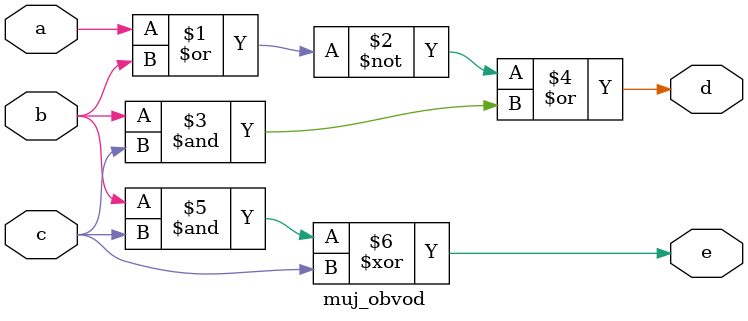
<source format=v>
module muj_obvod(input a, b, c, output d, e);

   assign d = ~(a | b) | (b & c);
   assign e = (b & c) ^ c;

endmodule

</source>
